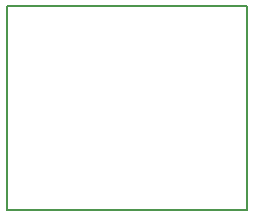
<source format=gm1>
%TF.GenerationSoftware,KiCad,Pcbnew,4.0.2-stable*%
%TF.CreationDate,2016-04-05T17:50:52-04:00*%
%TF.ProjectId,ADXL345 Breakout,4144584C33343520427265616B6F7574,rev?*%
%TF.FileFunction,Profile,NP*%
%FSLAX46Y46*%
G04 Gerber Fmt 4.6, Leading zero omitted, Abs format (unit mm)*
G04 Created by KiCad (PCBNEW 4.0.2-stable) date 4/5/2016 5:50:52 PM*
%MOMM*%
G01*
G04 APERTURE LIST*
%ADD10C,0.127000*%
G04 APERTURE END LIST*
D10*
X163068000Y-111252000D02*
X163068000Y-93980000D01*
X183388000Y-111252000D02*
X163068000Y-111252000D01*
X183388000Y-93980000D02*
X183388000Y-111252000D01*
X163068000Y-93980000D02*
X183388000Y-93980000D01*
M02*

</source>
